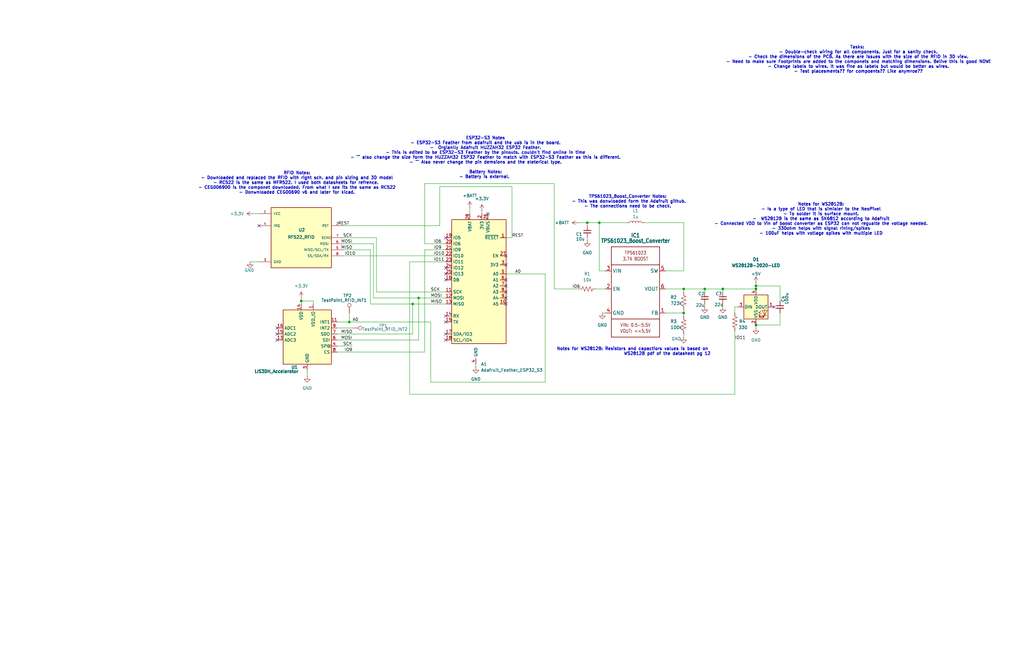
<source format=kicad_sch>
(kicad_sch (version 20250114) (generator "eeschema") (generator_version "9.0")
  (paper "B")
  (title_block (title "Illumi-not-i Bike Safety System") (date "2025-10-27") (rev "7") (company "Portland State University") (comment 1 "ECE411_Team 1_ A-Team"))
  (lib_symbols
    (symbol "Adafruit TPS61023-eagle-import:TPS61023"
      (property "Reference" "IC" (at -10.16 22.86 0))
      (symbol "TPS61023_1_0"
        (polyline (pts (xy -10.16 20.32) (xy 10.16 20.32)) (stroke (width 0.254)))
        (polyline (pts (xy -10.16 12.7) (xy -10.16 20.32)) (stroke (width 0.254)))
        (polyline (pts (xy -10.16 12.7) (xy 10.16 12.7)) (stroke (width 0.254)))
        (polyline (pts (xy -10.16 -10.16) (xy -10.16 12.7)) (stroke (width 0.254)))
        (polyline (pts (xy -10.16 -10.16) (xy -10.16 -17.78)) (stroke (width 0.254)))
        (polyline (pts (xy -10.16 -17.78) (xy 10.16 -17.78)) (stroke (width 0.254)))
        (polyline (pts (xy 10.16 20.32) (xy 10.16 12.7)) (stroke (width 0.254)))
        (polyline (pts (xy 10.16 12.7) (xy 10.16 -10.16)) (stroke (width 0.254)))
        (polyline (pts (xy 10.16 -10.16) (xy -10.16 -10.16)) (stroke (width 0.254)))
        (polyline (pts (xy 10.16 -17.78) (xy 10.16 -10.16)) (stroke (width 0.254)))
        (text "TPS61023" (at 0 17.78 0) (effects (font (size 1.4224 1.209))))
        (text "3.7A BOOST" (at 0 15.24 0) (effects (font (size 1.4224 1.209))))
        (text "VIN: 0.5-5.5V" (at 0 -12.7 0) (effects (font (size 1.4224 1.209))))
        (text "VOUT: <=5.5V" (at 0 -15.24 0) (effects (font (size 1.4224 1.209))))
        (pin power_in line (at -12.7 10.16 0) (length 2.54) (name "VIN") (number "3"))
        (pin input line (at -12.7 2.54 0) (length 2.54) (name "EN") (number "2"))
        (pin power_in line (at -12.7 -7.62 0) (length 2.54) (name "GND") (number "4"))
        (pin input line (at 12.7 10.16 180) (length 2.54) (name "SW") (number "5"))
        (pin power_in line (at 12.7 2.54 180) (length 2.54) (name "VOUT") (number "6"))
        (pin input line (at 12.7 -7.62 180) (length 2.54) (name "FB") (number "1"))
      )
    )
    (symbol "CEG006900_1" (pin_names (offset 1.016))
      (property "Reference" "U" (at -12.7 15.24 0))
      (property "Value" "CEG006900" (at -12.7 -15.24 0))
      (symbol "CEG006900_1_0_0"
        (rectangle (start -12.7 -12.7) (end 12.7 12.7) (stroke (width 0.254)) (fill (type background)))
        (pin input line (at -17.78 5.08 0) (length 5.08) (name "RST") (number "2"))
        (pin input clock (at -17.78 0 0) (length 5.08) (name "SCK") (number "7"))
        (pin input line (at -17.78 -2.54 0) (length 5.08) (name "MOSI") (number "6"))
        (pin bidirectional line (at -17.78 -5.08 0) (length 5.08) (name "MISO/SCL/TX") (number "5"))
        (pin bidirectional line (at -17.78 -7.62 0) (length 5.08) (name "SS/SDA/RX") (number "8"))
        (pin power_in line (at 17.78 10.16 180) (length 5.08) (name "VCC") (number "1"))
        (pin output line (at 17.78 5.08 180) (length 5.08) (name "IRQ") (number "4"))
        (pin power_in line (at 17.78 -10.16 180) (length 5.08) (name "GND") (number "3"))
      )
    )
    (symbol "Connector:TestPoint" (pin_numbers (hide yes)) (pin_names (offset 0.762) (hide yes))
      (property "Reference" "TP" (at 0 6.858 0))
      (property "Value" "TestPoint" (at 0 5.08 0))
      (symbol "TestPoint_0_1"
        (circle (center 0 3.302) (radius 0.762))
      )
      (symbol "TestPoint_1_1"
        (pin passive line (at 0 0 90) (length 2.54) (name "1") (number "1"))
      )
    )
    (symbol "Device:C_Small" (pin_numbers (hide yes)) (pin_names (offset 0.254) (hide yes))
      (property "Reference" "C" (at 0.254 1.778 0))
      (property "Value" "C_Small" (at 0.254 -2.032 0))
      (symbol "C_Small_0_1"
        (polyline (pts (xy -1.524 0.508) (xy 1.524 0.508)) (stroke (width 0.3048)))
        (polyline (pts (xy -1.524 -0.508) (xy 1.524 -0.508)) (stroke (width 0.3302)))
      )
      (symbol "C_Small_1_1"
        (pin passive line (at 0 2.54 270) (length 2.032) (name "~") (number "1"))
        (pin passive line (at 0 -2.54 90) (length 2.032) (name "~") (number "2"))
      )
    )
    (symbol "Device:L" (pin_numbers (hide yes)) (pin_names (offset 1.016) (hide yes))
      (property "Reference" "L" (at -1.27 0 90))
      (property "Value" "L" (at 1.905 0 90))
      (symbol "L_0_1"
        (arc (start 0 2.54) (mid 0.6323 1.905) (end 0 1.27))
        (arc (start 0 1.27) (mid 0.6323 0.635) (end 0 0))
        (arc (start 0 0) (mid 0.6323 -0.635) (end 0 -1.27))
        (arc (start 0 -1.27) (mid 0.6323 -1.905) (end 0 -2.54))
      )
      (symbol "L_1_1"
        (pin passive line (at 0 3.81 270) (length 1.27) (name "1") (number "1"))
        (pin passive line (at 0 -3.81 90) (length 1.27) (name "2") (number "2"))
      )
    )
    (symbol "Device:R_US" (pin_numbers (hide yes)) (pin_names (offset 0))
      (property "Reference" "R" (at 2.54 0 90))
      (property "Value" "R_US" (at -2.54 0 90))
      (symbol "R_US_0_1"
        (polyline (pts (xy 0 2.286) (xy 0 2.54)))
        (polyline (pts (xy 0 2.286) (xy 1.016 1.905) (xy 0 1.524) (xy -1.016 1.143) (xy 0 0.762)))
        (polyline (pts (xy 0 0.762) (xy 1.016 0.381) (xy 0 0) (xy -1.016 -0.381) (xy 0 -0.762)))
        (polyline (pts (xy 0 -0.762) (xy 1.016 -1.143) (xy 0 -1.524) (xy -1.016 -1.905) (xy 0 -2.286)))
        (polyline (pts (xy 0 -2.286) (xy 0 -2.54)))
      )
      (symbol "R_US_1_1"
        (pin passive line (at 0 3.81 270) (length 1.27) (name "~") (number "1"))
        (pin passive line (at 0 -3.81 90) (length 1.27) (name "~") (number "2"))
      )
    )
    (symbol "LED:WS2812B-2020" (pin_names (offset 0.254))
      (property "Reference" "D" (at 5.08 5.715 0))
      (property "Value" "WS2812B-2020" (at 1.27 -5.715 0))
      (symbol "WS2812B-2020_0_0"
        (text "RGB" (at 2.286 -4.191 0) (effects (font (size 0.762 0.762))))
      )
      (symbol "WS2812B-2020_0_1"
        (polyline (pts (xy 1.27 -2.54) (xy 1.778 -2.54)))
        (polyline (pts (xy 1.27 -3.556) (xy 1.778 -3.556)))
        (polyline (pts (xy 2.286 -1.524) (xy 1.27 -2.54) (xy 1.27 -2.032)))
        (polyline (pts (xy 2.286 -2.54) (xy 1.27 -3.556) (xy 1.27 -3.048)))
        (polyline (pts (xy 3.683 -1.016) (xy 3.683 -3.556) (xy 3.683 -4.064)))
        (polyline (pts (xy 4.699 -1.524) (xy 2.667 -1.524) (xy 3.683 -3.556) (xy 4.699 -1.524)))
        (polyline (pts (xy 4.699 -3.556) (xy 2.667 -3.556)))
        (rectangle (start 5.08 5.08) (end -5.08 -5.08) (stroke (width 0.254)) (fill (type background)))
      )
      (symbol "WS2812B-2020_1_1"
        (pin input line (at -7.62 0 0) (length 2.54) (name "DIN") (number "3"))
        (pin power_in line (at 0 7.62 270) (length 2.54) (name "VDD") (number "4"))
        (pin power_in line (at 0 -7.62 90) (length 2.54) (name "VSS") (number "2"))
        (pin output line (at 7.62 0 180) (length 2.54) (name "DOUT") (number "1"))
      )
    )
    (symbol "MCU_Module:Adafruit_Feather_HUZZAH32_ESP32"
      (property "Reference" "A1" (at 2.1433 -33.02 0))
      (property "Value" "Adafruit_Feather_ESP32_S3" (at 2.1433 -35.56 0))
      (symbol "Adafruit_Feather_HUZZAH32_ESP32_0_1"
        (rectangle (start -10.16 27.94) (end 12.74 -24.36) (stroke (width 0.254)) (fill (type background)))
      )
      (symbol "Adafruit_Feather_HUZZAH32_ESP32_1_1"
        (pin bidirectional line (at -12.7 20.32 0) (length 2.54) (name "IO5") (number "19"))
        (pin bidirectional line (at -12.7 17.78 0) (length 2.54) (name "IO6") (number "20"))
        (pin bidirectional line (at -12.7 15.24 0) (length 2.54) (name "IO9") (number "21"))
        (pin bidirectional line (at -12.7 12.7 0) (length 2.54) (name "IO10") (number "22"))
        (pin bidirectional line (at -12.7 10.16 0) (length 2.54) (name "IO11") (number "23"))
        (pin bidirectional line (at -12.7 7.62 0) (length 2.54) (name "IO12") (number "24"))
        (pin bidirectional line (at -12.7 5.08 0) (length 2.54) (name "IO13") (number "25"))
        (pin bidirectional line (at -12.7 2.54 0) (length 2.54) (name "DB") (number "16"))
        (pin bidirectional line (at -12.7 -2.54 0) (length 2.54) (name "SCK") (number "11"))
        (pin bidirectional line (at -12.7 -5.08 0) (length 2.54) (name "MOSI") (number "12"))
        (pin bidirectional line (at -12.7 -7.62 0) (length 2.54) (name "MISO") (number "13"))
        (pin bidirectional line (at -12.7 -12.7 0) (length 2.54) (name "RX") (number "14"))
        (pin bidirectional line (at -12.7 -15.24 0) (length 2.54) (name "TX") (number "15"))
        (pin bidirectional line (at -12.7 -20.32 0) (length 2.54) (name "SDA/IO3") (number "17"))
        (pin bidirectional line (at -12.7 -22.86 0) (length 2.54) (name "SCL/IO4") (number "18"))
        (pin power_in line (at -2.54 30.48 270) (length 2.54) (name "VBAT") (number "28"))
        (pin power_in line (at 0 -33.02 90) (length 2.54) (name "GND") (number "4"))
        (pin power_in line (at 2.54 30.48 270) (length 2.54) (name "3V3") (number "2"))
        (pin power_in line (at 5.08 30.48 270) (length 2.54) (name "VBUS") (number "26"))
        (pin input line (at 12.7 20.32 180) (length 2.54) (name "~{RESET}") (number "1"))
        (pin input line (at 12.7 12.7 180) (length 2.54) (name "EN") (number "27"))
        (pin power_in line (at 12.7 8.89 180) (length 2.54) (name "3V3") (number "3"))
        (pin bidirectional line (at 12.7 5.08 180) (length 2.54) (name "A0") (number "5"))
        (pin bidirectional line (at 12.7 2.54 180) (length 2.54) (name "A1") (number "6"))
        (pin bidirectional line (at 12.7 0 180) (length 2.54) (name "A2") (number "7"))
        (pin bidirectional line (at 12.7 -2.54 180) (length 2.54) (name "A3") (number "8"))
        (pin bidirectional line (at 12.7 -5.08 180) (length 2.54) (name "A4") (number "9"))
        (pin bidirectional line (at 12.7 -7.62 180) (length 2.54) (name "A5") (number "10"))
      )
    )
    (symbol "Sensor_Motion:LIS3DH"
      (property "Reference" "U" (at -7.62 11.43 0))
      (property "Value" "LIS3DH" (at 6.35 11.43 0))
      (symbol "LIS3DH_0_1"
        (rectangle (start -10.16 10.16) (end 10.16 -12.7) (stroke (width 0.254)) (fill (type background)))
      )
      (symbol "LIS3DH_1_1"
        (pin output line (at -12.7 5.08 0) (length 2.54) (name "INT1") (number "11"))
        (pin output line (at -12.7 2.54 0) (length 2.54) (name "INT2") (number "9"))
        (pin output line (at -12.7 0 0) (length 2.54) (name "SDO") (number "7"))
        (pin input line (at -12.7 -2.54 0) (length 2.54) (name "SDI") (number "6"))
        (pin input clock (at -12.7 -5.08 0) (length 2.54) (name "SPC") (number "4"))
        (pin input line (at -12.7 -7.62 0) (length 2.54) (name "CS") (number "8"))
        (pin power_in line (at -2.54 12.7 270) (length 2.54) (name "VDD_IO") (number "1"))
        (pin passive line (at 0 -15.24 90) (length 2.54) (hide yes) (name "GND") (number "10"))
        (pin passive line (at 0 -15.24 90) (length 2.54) (hide yes) (name "GND") (number "12"))
        (pin power_in line (at 0 -15.24 90) (length 2.54) (name "GND") (number "5"))
        (pin power_in line (at 2.54 12.7 270) (length 2.54) (name "VDD") (number "14"))
        (pin no_connect line (at 10.16 7.62 180) (length 2.54) (hide yes) (name "NC") (number "3"))
        (pin no_connect line (at 10.16 5.08 180) (length 2.54) (hide yes) (name "NC") (number "2"))
        (pin input line (at 12.7 2.54 180) (length 2.54) (name "ADC1") (number "16"))
        (pin input line (at 12.7 0 180) (length 2.54) (name "ADC2") (number "15"))
        (pin input line (at 12.7 -2.54 180) (length 2.54) (name "ADC3") (number "13"))
      )
    )
    (symbol "power:+3.3V" (power) (pin_numbers (hide yes)) (pin_names (offset 0) (hide yes))
      (property "Value" "+3.3V" (at 0 3.556 0))
      (symbol "+3.3V_0_1"
        (polyline (pts (xy -0.762 1.27) (xy 0 2.54)))
        (polyline (pts (xy 0 2.54) (xy 0.762 1.27)))
        (polyline (pts (xy 0 0) (xy 0 2.54)))
      )
      (symbol "+3.3V_1_1"
        (pin power_in line (at 0 0 90) (length 0) (name "~") (number "1"))
      )
    )
    (symbol "power:+5V" (power) (pin_numbers (hide yes)) (pin_names (offset 0) (hide yes))
      (property "Value" "+5V" (at 0 3.556 0))
      (symbol "+5V_0_1"
        (polyline (pts (xy -0.762 1.27) (xy 0 2.54)))
        (polyline (pts (xy 0 2.54) (xy 0.762 1.27)))
        (polyline (pts (xy 0 0) (xy 0 2.54)))
      )
      (symbol "+5V_1_1"
        (pin power_in line (at 0 0 90) (length 0) (name "~") (number "1"))
      )
    )
    (symbol "power:+BATT" (power) (pin_numbers (hide yes)) (pin_names (offset 0) (hide yes))
      (property "Value" "+BATT" (at 0 3.556 0))
      (symbol "+BATT_0_1"
        (polyline (pts (xy -0.762 1.27) (xy 0 2.54)))
        (polyline (pts (xy 0 2.54) (xy 0.762 1.27)))
        (polyline (pts (xy 0 0) (xy 0 2.54)))
      )
      (symbol "+BATT_1_1"
        (pin power_in line (at 0 0 90) (length 0) (name "~") (number "1"))
      )
    )
    (symbol "power:GND" (power) (pin_numbers (hide yes)) (pin_names (offset 0) (hide yes))
      (property "Value" "GND" (at 0 -3.81 0))
      (symbol "GND_0_1"
        (polyline (pts (xy 0 0) (xy 0 -1.27) (xy 1.27 -1.27) (xy 0 -2.54) (xy -1.27 -1.27) (xy 0 -1.27)))
      )
      (symbol "GND_1_1"
        (pin power_in line (at 0 0 270) (length 0) (name "~") (number "1"))
      )
    )
  )
  (text "Tasks: \n- Double-check wiring for all components. Just for a sanity check.\n- Check the dimensions of the PCB. As there are issues with the size of the RFID in 3D view.\n- Need to make sure Footprints are added to the componets and matching dimensions. Belive this is good NOW!\n- Change labels to wires. It was fine as labels but would be better as wires.\n- Test placesments?? for compoents?? Like anymroe??\n\n\n" (at 361.95 27.178 0) (effects (font (size 1.27 1.27) (thickness 0.254) (bold yes))))
  (text "ESP32-S3 Notes\n- ESP32-S3 Feather from adafruit and the usb is in the board.\n-  Orgianlly Adafruit HUZZAH32 ESP32 Feather.\n- This is edited to be ESP32-S3 Feather by the pinouts. couldn't find online in time\n- ^^ also change the size form the HUZZAH32 ESP32 Feather to match with ESP32-S3 Feather as this is different.\n- ^^ Also never change the pin demsions and the eleterical type.\n\nBattery Notes:\n- Battery is external. \n" (at 204.724 66.548 0) (effects (font (size 1.27 1.27) (thickness 0.254) (bold yes))))
  (text "TPS61023_Boost_Converter Notes: \n- This was donwloaded form the Adafruit github.\n- The connections need to be check. " (at 265.176 85.09 0) (effects (font (size 1.27 1.27) (thickness 0.254) (bold yes))))
  (text "Notes for WS2812B:\n- Is a type of LED that is simialer to the NeoPixel\n- To solder it is surface mount.\n-  WS2812B is the same as SK6812 according to Adafruit\n- Connected VDD to Vin of boost converter as ESP32 can not regualte the votlage needed.\n- 330ohm helps with signal rining/spikes\n- 100uF helps with votlage spikes with multiple LED" (at 346.202 92.456 0) (effects (font (size 1.27 1.27) (thickness 0.254) (bold yes))))
  (text "Notes for WS2812B: Resistors and capactiors values is based on \nWS2812B pdf of the datasheet pg 12" (at 299.72 148.336 0) (effects (font (size 1.27 1.27) (thickness 0.254) (bold yes)) (justify right)))
  (text "RFID Notes:\n- Downloaded and replaced the RFID with right sch. and pin sizing and 3D model\n- RC522 is the same as MFR522. I used both datasheets for refrence. \n- CEG006900 is the componet downloaded. From what I see its the same as RC522\n- Donwnloaded CEG00690 v6 and later for kicad." (at 125.222 77.216 0) (effects (font (size 1.27 1.27) (thickness 0.254) (bold yes))))
  (junction (at 173.99 128.27))
  (junction (at 318.77 121.92))
  (junction (at 247.65 93.98))
  (junction (at 127 127))
  (junction (at 304.8 121.92))
  (junction (at 297.18 121.92))
  (junction (at 288.29 121.92))
  (junction (at 147.32 135.89))
  (junction (at 318.77 120.65))
  (junction (at 318.77 137.16))
  (junction (at 176.53 125.73))
  (junction (at 288.29 132.08))
  (junction (at 252.73 93.98))
  (no_connect (at 187.96 100.33))
  (no_connect (at 213.36 123.19))
  (no_connect (at 187.96 135.89))
  (no_connect (at 213.36 111.76))
  (no_connect (at 116.84 138.43))
  (no_connect (at 187.96 133.35))
  (no_connect (at 187.96 115.57))
  (no_connect (at 187.96 140.97))
  (no_connect (at 187.96 143.51))
  (no_connect (at 109.22 95.25))
  (no_connect (at 213.36 107.95))
  (no_connect (at 213.36 120.65))
  (no_connect (at 213.36 128.27))
  (no_connect (at 116.84 140.97))
  (no_connect (at 213.36 118.11))
  (no_connect (at 205.74 90.17))
  (no_connect (at 326.39 129.54))
  (no_connect (at 187.96 118.11))
  (no_connect (at 187.96 113.03))
  (no_connect (at 213.36 125.73))
  (no_connect (at 116.84 143.51))
  (wire (pts (xy 233.68 121.92) (xy 233.68 77.47)))
  (wire (pts (xy 172.72 110.49) (xy 187.96 110.49)))
  (wire (pts (xy 144.78 105.41) (xy 156.21 105.41)))
  (wire (pts (xy 148.59 138.43) (xy 142.24 138.43)))
  (wire (pts (xy 147.32 135.89) (xy 181.61 135.89)))
  (wire (pts (xy 229.87 161.29) (xy 229.87 115.57)))
  (wire (pts (xy 176.53 125.73) (xy 187.96 125.73)))
  (wire (pts (xy 247.65 93.98) (xy 252.73 93.98)))
  (wire (pts (xy 251.46 121.92) (xy 255.27 121.92)))
  (wire (pts (xy 247.65 93.98) (xy 247.65 95.25)))
  (wire (pts (xy 142.24 148.59) (xy 179.07 148.59)))
  (wire (pts (xy 127 125.73) (xy 127 127)))
  (wire (pts (xy 288.29 140.97) (xy 288.29 142.24)))
  (wire (pts (xy 144.78 102.87) (xy 157.48 102.87)))
  (wire (pts (xy 179.07 105.41) (xy 187.96 105.41)))
  (wire (pts (xy 158.75 100.33) (xy 158.75 123.19)))
  (wire (pts (xy 198.12 87.63) (xy 198.12 90.17)))
  (wire (pts (xy 288.29 121.92) (xy 297.18 121.92)))
  (wire (pts (xy 179.07 102.87) (xy 187.96 102.87)))
  (wire (pts (xy 243.84 93.98) (xy 247.65 93.98)))
  (wire (pts (xy 203.2 88.9) (xy 203.2 90.17)))
  (wire (pts (xy 132.08 127) (xy 127 127)))
  (wire (pts (xy 309.88 139.7) (xy 309.88 166.37)))
  (wire (pts (xy 109.22 90.17) (xy 106.68 90.17)))
  (wire (pts (xy 132.08 128.27) (xy 132.08 127)))
  (wire (pts (xy 181.61 135.89) (xy 181.61 161.29)))
  (wire (pts (xy 185.42 78.74) (xy 215.9 78.74)))
  (wire (pts (xy 142.24 140.97) (xy 173.99 140.97)))
  (wire (pts (xy 297.18 128.27) (xy 297.18 129.54)))
  (wire (pts (xy 144.78 95.25) (xy 185.42 95.25)))
  (wire (pts (xy 252.73 93.98) (xy 264.16 93.98)))
  (wire (pts (xy 213.36 100.33) (xy 215.9 100.33)))
  (wire (pts (xy 148.59 146.05) (xy 142.24 146.05)))
  (wire (pts (xy 328.93 137.16) (xy 328.93 132.08)))
  (wire (pts (xy 318.77 120.65) (xy 318.77 121.92)))
  (wire (pts (xy 233.68 121.92) (xy 243.84 121.92)))
  (wire (pts (xy 280.67 114.3) (xy 288.29 114.3)))
  (wire (pts (xy 156.21 105.41) (xy 156.21 128.27)))
  (wire (pts (xy 109.22 110.49) (xy 105.41 110.49)))
  (wire (pts (xy 213.36 115.57) (xy 229.87 115.57)))
  (wire (pts (xy 304.8 121.92) (xy 304.8 123.19)))
  (wire (pts (xy 288.29 121.92) (xy 288.29 123.19)))
  (wire (pts (xy 147.32 132.08) (xy 147.32 135.89)))
  (wire (pts (xy 318.77 137.16) (xy 318.77 138.43)))
  (wire (pts (xy 173.99 140.97) (xy 173.99 128.27)))
  (wire (pts (xy 318.77 119.38) (xy 318.77 120.65)))
  (wire (pts (xy 144.78 100.33) (xy 158.75 100.33)))
  (wire (pts (xy 247.65 100.33) (xy 247.65 101.6)))
  (wire (pts (xy 215.9 78.74) (xy 215.9 100.33)))
  (wire (pts (xy 254 132.08) (xy 255.27 132.08)))
  (wire (pts (xy 252.73 93.98) (xy 252.73 114.3)))
  (wire (pts (xy 280.67 132.08) (xy 288.29 132.08)))
  (wire (pts (xy 297.18 121.92) (xy 297.18 123.19)))
  (wire (pts (xy 176.53 125.73) (xy 176.53 143.51)))
  (wire (pts (xy 173.99 128.27) (xy 187.96 128.27)))
  (wire (pts (xy 288.29 130.81) (xy 288.29 132.08)))
  (wire (pts (xy 181.61 161.29) (xy 229.87 161.29)))
  (wire (pts (xy 129.54 156.21) (xy 129.54 158.75)))
  (wire (pts (xy 288.29 114.3) (xy 288.29 93.98)))
  (wire (pts (xy 157.48 102.87) (xy 157.48 125.73)))
  (wire (pts (xy 304.8 121.92) (xy 318.77 121.92)))
  (wire (pts (xy 172.72 166.37) (xy 172.72 110.49)))
  (wire (pts (xy 156.21 128.27) (xy 173.99 128.27)))
  (wire (pts (xy 233.68 77.47) (xy 179.07 77.47)))
  (wire (pts (xy 288.29 93.98) (xy 271.78 93.98)))
  (wire (pts (xy 147.32 135.89) (xy 142.24 135.89)))
  (wire (pts (xy 179.07 77.47) (xy 179.07 102.87)))
  (wire (pts (xy 309.88 129.54) (xy 311.15 129.54)))
  (wire (pts (xy 157.48 125.73) (xy 176.53 125.73)))
  (wire (pts (xy 309.88 166.37) (xy 172.72 166.37)))
  (wire (pts (xy 127 127) (xy 127 128.27)))
  (wire (pts (xy 309.88 132.08) (xy 309.88 129.54)))
  (wire (pts (xy 158.75 123.19) (xy 187.96 123.19)))
  (wire (pts (xy 144.78 107.95) (xy 187.96 107.95)))
  (wire (pts (xy 318.77 137.16) (xy 328.93 137.16)))
  (wire (pts (xy 328.93 120.65) (xy 328.93 127)))
  (wire (pts (xy 288.29 132.08) (xy 288.29 133.35)))
  (wire (pts (xy 185.42 95.25) (xy 185.42 78.74)))
  (wire (pts (xy 318.77 120.65) (xy 328.93 120.65)))
  (wire (pts (xy 142.24 143.51) (xy 176.53 143.51)))
  (wire (pts (xy 297.18 121.92) (xy 304.8 121.92)))
  (wire (pts (xy 200.66 153.67) (xy 200.66 154.94)))
  (wire (pts (xy 280.67 121.92) (xy 288.29 121.92)))
  (wire (pts (xy 179.07 148.59) (xy 179.07 105.41)))
  (wire (pts (xy 304.8 128.27) (xy 304.8 129.54)))
  (wire (pts (xy 255.27 114.3) (xy 252.73 114.3)))
  (label "SCK" (at 148.59 100.33 180))
  (label "REST" (at 215.9 100.33 0))
  (label "REST" (at 147.32 95.25 180))
  (label "IO9" (at 182.88 105.41 0))
  (label "A0" (at 217.17 115.57 0))
  (label "MISO" (at 148.59 105.41 180))
  (label "MISO" (at 148.59 140.97 180))
  (label "MISO" (at 181.61 128.27 0))
  (label "MOSI" (at 181.61 125.73 0))
  (label "IO9" (at 148.59 148.59 180))
  (label "MOSI" (at 148.59 102.87 180))
  (label "SCK" (at 181.61 123.19 0))
  (label "IO6" (at 241.3 121.92 0))
  (label "IO11" (at 182.88 110.49 0))
  (label "IO10" (at 182.88 107.95 0))
  (label "IO6" (at 182.88 102.87 0))
  (label "IO10" (at 149.86 107.95 180))
  (label "A0" (at 151.13 135.89 180))
  (label "SCK" (at 148.59 146.05 180))
  (label "MOSI" (at 148.59 143.51 180))
  (label "IO11" (at 309.88 143.51 0))
  (symbol (lib_id "power:+3.3V") (at 106.68 90.17 90) (mirror x) (unit 1)
    (property "Reference" "#PWR013" (effects (hide yes)))
    (property "Value" "+3.3V" (at 102.87 90.1699 90) (effects (justify left)))
    (property "Description" "Power symbol creates a global label with name \"+3.3V\"" (effects (hide yes)))
  )
  (symbol (lib_id "power:GND") (at 200.66 154.94 0) (unit 1)
    (property "Reference" "#PWR01" (effects (hide yes)))
    (property "Value" "GND" (at 200.66 160.02 0))
    (property "Description" "Power symbol creates a global label with name \"GND\" , ground" (effects (hide yes)))
  )
  (symbol (lib_id "power:+5V") (at 318.77 119.38 0) (unit 1)
    (property "Reference" "#PWR016" (effects (hide yes)))
    (property "Value" "+5V" (at 318.77 115.57 0))
    (property "Description" "Power symbol creates a global label with name \"+5V\"" (effects (hide yes)))
  )
  (symbol (lib_id "Device:R_US") (at 288.29 137.16 0) (unit 1)
    (property "Reference" "R3" (at 282.702 135.636 0) (effects (justify left)))
    (property "Value" "100k" (at 282.702 138.176 0) (effects (justify left)))
    (property "Footprint" "Resistor_THT:R_Axial_DIN0207_L6.3mm_D2.5mm_P10.16mm_Horizontal" (effects (hide yes)))
    (property "Datasheet" "https://www.digikey.com/en/products/detail/yageo/MFR-25FBF52-100K/13473" (effects (hide yes)))
    (property "Description" "100 kOhms ±1% 0.25W, 1/4W Through Hole Resistor Axial Metal Film" (effects (hide yes)))
    (property "Cost Ea." "$0.10" (effects (hide yes)))
    (property "Cost Total" "$0.10" (effects (hide yes)))
    (property "MF" "Digikey" (effects (hide yes)))
    (property "Part number" "100KXBK-ND" (effects (hide yes)))
  )
  (symbol (lib_id "MCU_Module:Adafruit_Feather_HUZZAH32_ESP32") (at 200.66 120.65 0) (unit 1)
    (property "Reference" "A1" (at 202.8033 153.67 0) (effects (justify left)))
    (property "Value" "Adafruit_Feather_ESP32_S3" (at 202.8033 156.21 0) (effects (justify left)))
    (property "Footprint" "Module:Adafruit_Feather" (effects (hide yes)))
    (property "Datasheet" "https://cdn-learn.adafruit.com/downloads/pdf/adafruit-esp32-s3-feather.pdf" (effects (hide yes)))
    (property "Description" "Microcontroller module with ESP32 MCU" (effects (hide yes)))
  )
  (symbol (lib_id "power:+BATT") (at 198.12 87.63 0) (unit 1)
    (property "Reference" "#PWR012" (effects (hide yes)))
    (property "Value" "+BATT" (at 198.12 82.55 0))
    (property "Description" "Power symbol creates a global label with name \"+BATT\"" (effects (hide yes)))
  )
  (symbol (lib_id "Device:R_US") (at 247.65 121.92 90) (unit 1)
    (property "Reference" "R1" (at 247.65 115.57 90))
    (property "Value" "10k" (at 247.65 118.11 90))
    (property "Footprint" "Resistor_THT:R_Axial_DIN0207_L6.3mm_D2.5mm_P10.16mm_Horizontal" (effects (hide yes)))
    (property "Datasheet" "https://www.digikey.com/en/products/detail/yageo/MFR-25FRF52-10K/14626" (effects (hide yes)))
    (property "Description" "10 kOhms ±1% 0.25W, 1/4W Through Hole Resistor Axial Metal Film" (effects (hide yes)))
    (property "Cost Ea." "$0.10" (effects (hide yes)))
    (property "Cost Total" "$0.10" (effects (hide yes)))
    (property "MF" "Digikey" (effects (hide yes)))
    (property "Part number" "13-MFR-25FRF52-10KTR-ND - Tape & Reel (TR)" (effects (hide yes)))
  )
  (symbol (lib_id "Connector:TestPoint") (at 148.59 138.43 270) (mirror x) (unit 1)
    (property "Reference" "TP1" (at 161.544 137.414 90))
    (property "Value" "TestPoint_RFID_INT2" (at 162.306 138.938 90))
    (property "Footprint" "TestPoint:TestPoint_THTPad_1.0x1.0mm_Drill0.5mm" (effects (hide yes)))
    (property "Description" "test point" (effects (hide yes)))
  )
  (symbol (lib_id "Device:R_US") (at 309.88 135.89 180) (unit 1)
    (property "Reference" "R4" (at 311.658 135.636 0) (effects (justify right)))
    (property "Value" "330" (at 311.404 138.176 0) (effects (justify right)))
    (property "Footprint" "Resistor_THT:R_Axial_DIN0207_L6.3mm_D2.5mm_P10.16mm_Horizontal" (effects (hide yes)))
    (property "Datasheet" "https://www.digikey.com/en/products/detail/stackpole-electronics-inc/CF14JT330R/1741399" (effects (hide yes)))
    (property "Description" "330 Ohms ±1% 0.25W, 1/4W Through Hole Resistor Axial Metal Film" (effects (hide yes)))
    (property "Cost Ea." "$0.10" (effects (hide yes)))
    (property "Cost Total" "$0.10" (effects (hide yes)))
    (property "MF" "Digikey" (effects (hide yes)))
    (property "Part number" "MFR-25FBF52-330R-ND" (effects (hide yes)))
  )
  (symbol (lib_id "power:+3.3V") (at 127 125.73 0) (mirror y) (unit 1)
    (property "Reference" "#PWR014" (effects (hide yes)))
    (property "Value" "+3.3V" (at 127 120.65 0))
    (property "Description" "Power symbol creates a global label with name \"+3.3V\"" (effects (hide yes)))
  )
  (symbol (lib_id "LED:WS2812B-2020") (at 318.77 129.54 0) (unit 1)
    (property "Reference" "D1" (at 318.77 109.474 0) (effects (font (thickness 0.254) (bold yes))))
    (property "Value" "WS2812B-2020-LED" (at 318.77 112.014 0) (effects (font (thickness 0.254) (bold yes))))
    (property "Footprint" "LED_SMD:LED_WS2812B-2020_PLCC4_2.0x2.0mm" (effects (hide yes)))
    (property "Datasheet" "https://cdn-shop.adafruit.com/product-files/4684/4684_WS2812B-2020_V1.3_EN.pdf" (effects (hide yes)))
    (property "Description" "RGB LED with integrated controller, 2.0 x 2.0 mm, 12 mA" (effects (hide yes)))
    (property "Cost Ea." "$3.00" (effects (hide yes)))
    (property "Cost Total" "$3.00" (effects (hide yes)))
    (property "MF" "Adafruit" (effects (hide yes)))
    (property "Part number" "2552" (effects (hide yes)))
  )
  (symbol (lib_id "power:GND") (at 105.41 110.49 0) (mirror y) (unit 1)
    (property "Reference" "#PWR05" (effects (hide yes)))
    (property "Value" "GND" (at 105.156 114.046 0))
    (property "Description" "Power symbol creates a global label with name \"GND\" , ground" (effects (hide yes)))
  )
  (symbol (lib_id "power:GND") (at 129.54 158.75 0) (mirror y) (unit 1)
    (property "Reference" "#PWR04" (effects (hide yes)))
    (property "Value" "GND" (at 129.54 163.83 0))
    (property "Description" "Power symbol creates a global label with name \"GND\" , ground" (effects (hide yes)))
  )
  (symbol (lib_id "Device:C_Small") (at 297.18 125.73 0) (unit 1)
    (property "Reference" "C2" (at 294.386 123.952 0) (effects (justify left)))
    (property "Value" "22u" (at 293.37 128.778 0) (effects (justify left)))
    (property "Footprint" "Capacitor_SMD:C_1206_3216Metric_Pad1.33x1.80mm_HandSolder" (effects (hide yes)))
    (property "Datasheet" "https://www.mouser.com/ProductDetail/KYOCERA-AVX/KGM31AR71A226MU?qs=9vOqFld9vZUITRVzMZfp1A%3D%3D" (effects (hide yes)))
    (property "Description" "Multilayer Ceramic Capacitors MLCC - SMD/SMT 10V 22uF X7R 1206 20 %" (effects (hide yes)))
    (property "Cost Ea." "$0.54" (effects (hide yes)))
    (property "Cost Total" "$1.08" (effects (hide yes)))
    (property "MF" "Mouser" (effects (hide yes)))
    (property "Part number" "581-KGM31AR71A226MU" (effects (hide yes)))
  )
  (symbol (lib_id "power:+3.3V") (at 203.2 88.9 0) (unit 1)
    (property "Reference" "#PWR03" (effects (hide yes)))
    (property "Value" "+3.3V" (at 203.2 83.82 0))
    (property "Description" "Power symbol creates a global label with name \"+3.3V\"" (effects (hide yes)))
  )
  (symbol (lib_id "Connector:TestPoint") (at 147.32 132.08 0) (mirror y) (unit 1)
    (property "Reference" "TP2" (at 148.336 124.714 0) (effects (justify left)))
    (property "Value" "TestPoint_RFID_INT1" (at 154.686 126.746 0) (effects (justify left)))
    (property "Footprint" "TestPoint:TestPoint_THTPad_1.0x1.0mm_Drill0.5mm" (effects (hide yes)))
    (property "Description" "test point" (effects (hide yes)))
  )
  (symbol (lib_id "Device:C_Small") (at 328.93 129.54 0) (unit 1)
    (property "Reference" "C4" (at 330.2 127.508 90) (effects (justify left)))
    (property "Value" "100u" (at 331.724 128.524 90) (effects (justify left)))
    (property "Footprint" "Capacitor_THT:CP_Radial_D6.3mm_P2.50mm" (effects (hide yes)))
    (property "Datasheet" "https://www.digikey.com/en/products/detail/rubycon/35ZLH100MEFC6-3X11/3134256" (effects (hide yes)))
    (property "Description" "100 µF 35 V Aluminum Electrolytic Capacitors Radial, Can 6000 Hrs @ 105°C" (effects (hide yes)))
    (property "Cost Ea." "$0.32" (effects (hide yes)))
    (property "Cost Total" "$0.32" (effects (hide yes)))
    (property "MF" "Digikey" (effects (hide yes)))
    (property "Part number" "1189-1300-ND" (effects (hide yes)))
  )
  (symbol (lib_id "Device:L") (at 267.97 93.98 90) (unit 1)
    (property "Reference" "L1" (at 267.97 88.9 90))
    (property "Value" "1u" (at 267.97 91.44 90))
    (property "Footprint" "Inductor_THT:L_Axial_L11.0mm_D4.5mm_P5.08mm_Vertical_Fastron_MECC" (effects (hide yes)))
    (property "Datasheet" "https://www.mouser.com/ProductDetail/Fastron/LACC-1R0K-01?qs=%2FPiZ59IM4y2pvRbnRBvNbg%3D%3D" (effects (hide yes)))
    (property "Description" "1uH ±10% RF Inductors - Leaded Ferrite Core Leaded Inductor - Fixed Choke Coil" (effects (hide yes)))
    (property "Cost Ea." "n/a" (effects (hide yes)))
    (property "Cost Total" "n/a" (effects (hide yes)))
    (property "Part number" "434-LACC-1R0K-01" (effects (hide yes)))
    (property "MF" "Mouser" (effects (hide yes)))
  )
  (symbol (lib_id "power:GND") (at 288.29 142.24 0) (unit 1)
    (property "Reference" "#PWR07" (effects (hide yes)))
    (property "Value" "GND" (at 285.242 143.002 0))
    (property "Description" "Power symbol creates a global label with name \"GND\" , ground" (effects (hide yes)))
  )
  (symbol (lib_id "Device:C_Small") (at 304.8 125.73 0) (unit 1)
    (property "Reference" "C3" (at 301.752 123.952 0) (effects (justify left)))
    (property "Value" "22u" (at 301.244 128.524 0) (effects (justify left)))
    (property "Footprint" "Capacitor_SMD:C_1206_3216Metric_Pad1.33x1.80mm_HandSolder" (effects (hide yes)))
    (property "Datasheet" "https://www.mouser.com/ProductDetail/KYOCERA-AVX/KGM31AR71A226MU?qs=9vOqFld9vZUITRVzMZfp1A%3D%3D" (effects (hide yes)))
    (property "Description" "Multilayer Ceramic Capacitors MLCC - SMD/SMT 10V 22uF X7R 1206 20 %" (effects (hide yes)))
    (property "Cost Ea." "$0.54" (effects (hide yes)))
    (property "Cost Total" "$1.08" (effects (hide yes)))
    (property "MF" "Mouser" (effects (hide yes)))
    (property "Part number" "581-KGM31AR71A226MU" (effects (hide yes)))
  )
  (symbol (lib_id "power:GND") (at 254 132.08 0) (unit 1)
    (property "Reference" "#PWR06" (effects (hide yes)))
    (property "Value" "GND" (at 254 137.16 0))
    (property "Description" "Power symbol creates a global label with name \"GND\" , ground" (effects (hide yes)))
  )
  (symbol (lib_id "power:GND") (at 304.8 129.54 0) (unit 1)
    (property "Reference" "#PWR010" (effects (hide yes)))
    (property "Value" "GND" (at 304.8 133.858 0))
    (property "Description" "Power symbol creates a global label with name \"GND\" , ground" (effects (hide yes)))
  )
  (symbol (lib_id "Device:C_Small") (at 247.65 97.79 0) (unit 1)
    (property "Reference" "C1" (at 242.824 98.806 0) (effects (justify left)))
    (property "Value" "10u" (at 242.824 100.838 0) (effects (justify left)))
    (property "Footprint" "Capacitor_SMD:C_1206_3216Metric_Pad1.33x1.80mm_HandSolder" (effects (hide yes)))
    (property "Datasheet" "https://www.digikey.com/en/products/detail/kemet/C1206X106J3RACTU/7427565" (effects (hide yes)))
    (property "Description" "10 µF ±5% 25V Ceramic Capacitor X7R 1206 (3216 Metric)" (effects (hide yes)))
    (property "Cost Ea." "$1.39" (effects (hide yes)))
    (property "Cost Total" "$1.39" (effects (hide yes)))
    (property "MF" "Digikey" (effects (hide yes)))
    (property "Part number" "399-15735-2-ND" (effects (hide yes)))
  )
  (symbol (lib_id "Adafruit TPS61023-eagle-import:TPS61023") (at 267.97 124.46 0) (unit 1)
    (property "Reference" "IC1" (at 267.97 99.314 0) (effects (font (size 1.6764 1.4249) (thickness 0.285) (bold yes))))
    (property "Value" "TPS61023_Boost_Converter" (at 267.97 101.6 0) (effects (font (size 1.6764 1.4249) (thickness 0.285) (bold yes))))
    (property "Footprint" "Adafruit TPS61023:SOT563" (effects (hide yes)))
    (property "Datasheet" "https://www.ti.com/lit/ds/symlink/tps61023.pdf?ts=1762877887843&ref_url=https%253A%252F%252Fwww.ti.com%252Fproduct%252FTPS61023" (effects (hide yes)))
    (property "Description" "mini-booster! Input 2-5VDC on one side," (effects (hide yes)))
    (property "Cost Ea." "$3.95" (effects (hide yes)))
    (property "Cost Total" "$3.95" (effects (hide yes)))
    (property "MF" "Adafruit" (effects (hide yes)))
    (property "Part number" "4654" (effects (hide yes)))
  )
  (symbol (lib_id "power:+BATT") (at 243.84 93.98 90) (unit 1)
    (property "Reference" "#PWR011" (effects (hide yes)))
    (property "Value" "+BATT" (at 240.03 93.9799 90) (effects (justify left)))
    (property "Description" "Power symbol creates a global label with name \"+BATT\"" (effects (hide yes)))
  )
  (symbol (lib_id "power:GND") (at 247.65 101.6 0) (unit 1)
    (property "Reference" "#PWR02" (effects (hide yes)))
    (property "Value" "GND" (at 247.65 106.68 0))
    (property "Description" "Power symbol creates a global label with name \"GND\" , ground" (effects (hide yes)))
  )
  (symbol (lib_id "power:GND") (at 297.18 129.54 0) (unit 1)
    (property "Reference" "#PWR08" (effects (hide yes)))
    (property "Value" "GND" (at 297.18 133.858 0))
    (property "Description" "Power symbol creates a global label with name \"GND\" , ground" (effects (hide yes)))
  )
  (symbol (lib_id "Device:R_US") (at 288.29 127 0) (unit 1)
    (property "Reference" "R2" (at 282.702 125.476 0) (effects (justify left)))
    (property "Value" "723k" (at 282.702 128.016 0) (effects (justify left)))
    (property "Footprint" "Resistor_THT:R_Axial_DIN0207_L6.3mm_D2.5mm_P10.16mm_Horizontal" (effects (hide yes)))
    (property "Datasheet" "https://www.digikey.com/en/products/detail/yageo/MFR25SFBF52-700K/9142412" (effects (hide yes)))
    (property "Description" "700 kOhms ±1% 0.25W, 1/4W Through Hole Resistor Axial Metal Film" (effects (hide yes)))
    (property "Cost Ea." "n/a" (effects (hide yes)))
    (property "Cost Total" "n/a" (effects (hide yes)))
    (property "MF" "Digikey" (effects (hide yes)))
    (property "Part number" "MFR25SFBF52-700K-ND" (effects (hide yes)))
  )
  (symbol (lib_id "Sensor_Motion:LIS3DH") (at 129.54 140.97 0) (mirror y) (unit 1)
    (property "Reference" "U1" (at 125.73 154.94 0) (effects (font (thickness 0.254) (bold yes)) (justify left)))
    (property "Value" "LIS3DH_Accelerator" (at 125.984 156.718 0) (effects (font (thickness 0.254) (bold yes)) (justify left)))
    (property "Footprint" "Package_LGA:LGA-16_3x3mm_P0.5mm_LayoutBorder3x5y" (effects (hide yes)))
    (property "Datasheet" "https://www.st.com/resource/en/datasheet/cd00274221.pdf" (effects (hide yes)))
    (property "Description" "3-Axis Accelerometer, 2/4/8/16g range, I2C/SPI interface, LGA-16" (effects (hide yes)))
    (property "Cost Ea." "$4.50" (effects (hide yes)))
    (property "Cost Total" "$4.50" (effects (hide yes)))
    (property "MF" "Adafruit" (effects (hide yes)))
    (property "Part number" "2809" (effects (hide yes)))
  )
  (symbol (lib_id "power:GND") (at 318.77 138.43 0) (unit 1)
    (property "Reference" "#PWR09" (effects (hide yes)))
    (property "Value" "GND" (at 318.77 143.51 0))
    (property "Description" "Power symbol creates a global label with name \"GND\" , ground" (effects (hide yes)))
  )
  (symbol (lib_name "CEG006900_1") (lib_id "CEG006900:CEG006900") (at 127 100.33 0) (mirror y) (unit 1)
    (property "Reference" "U2" (at 127.254 97.028 0) (effects (font (thickness 0.254) (bold yes))))
    (property "Value" "RF522_RFID" (at 127 100.076 0) (effects (font (thickness 0.254) (bold yes))))
    (property "Footprint" "CEG006900:MODULE_CEG006900" (effects (hide yes)))
    (property "Datasheet" "kicad-embed://MFRC522_datasheet_digikey.pdf" (effects (hide yes)))
    (property "Description" "RFID RC522 Reader IC Card Module Tags SPI Interface Read and Write" (effects (hide yes)))
    (property "MF" "YKS" (effects (hide yes)))
    (property "Description_1" "RFID RC522 Reader IC Card Module Tags SPI Interface Read and Write" (effects (hide yes)))
    (property "Package" "None" (effects (hide yes)))
    (property "Price" "None" (effects (hide yes)))
    (property "Check_prices" "https://www.snapeda.com/parts/CEG006900/YKS/view-part/?ref=eda" (effects (hide yes)))
    (property "STANDARD" "IPC 7351B" (effects (hide yes)))
    (property "PARTREV" "12 June 2019" (effects (hide yes)))
    (property "SnapEDA_Link" "https://www.snapeda.com/parts/CEG006900/YKS/view-part/?ref=snap" (effects (hide yes)))
    (property "MP" "CEG006900" (effects (hide yes)))
    (property "Availability" "Not in stock" (effects (hide yes)))
    (property "MANUFACTURER" "YKS" (effects (hide yes)))
  )
)
</source>
